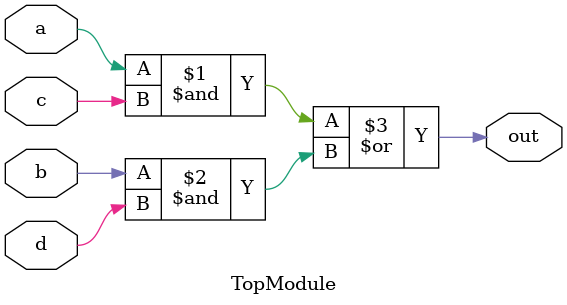
<source format=sv>

module TopModule (
  input a,
  input b,
  input c,
  input d,
  output reg out
);
assign out = (a & c) | (b & d);
endmodule

</source>
